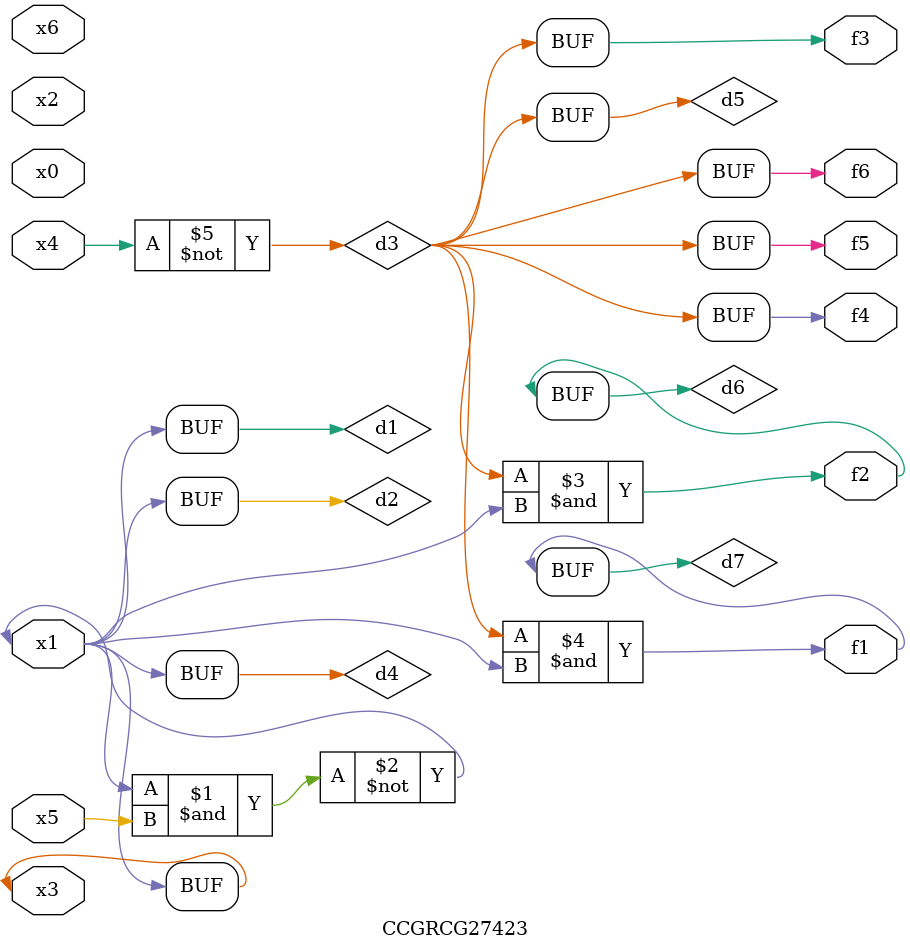
<source format=v>
module CCGRCG27423(
	input x0, x1, x2, x3, x4, x5, x6,
	output f1, f2, f3, f4, f5, f6
);

	wire d1, d2, d3, d4, d5, d6, d7;

	buf (d1, x1, x3);
	nand (d2, x1, x5);
	not (d3, x4);
	buf (d4, d1, d2);
	buf (d5, d3);
	and (d6, d3, d4);
	and (d7, d3, d4);
	assign f1 = d7;
	assign f2 = d6;
	assign f3 = d5;
	assign f4 = d5;
	assign f5 = d5;
	assign f6 = d5;
endmodule

</source>
